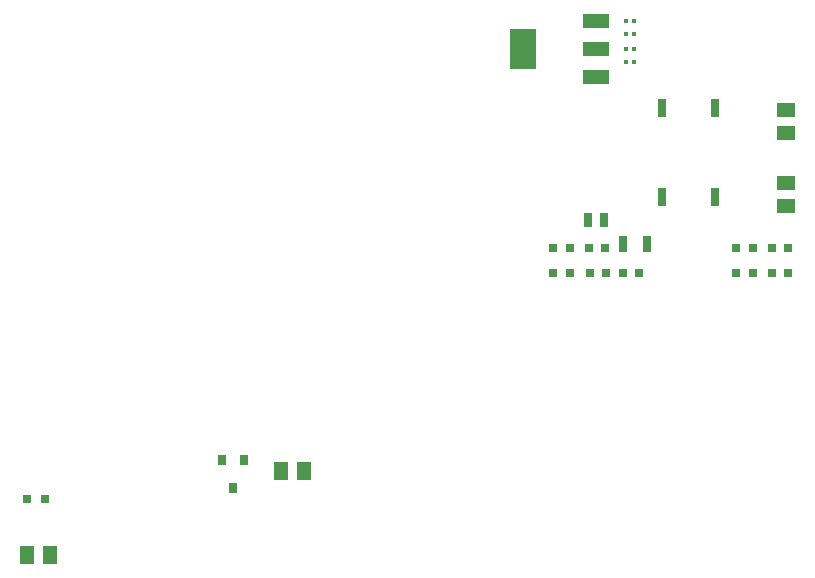
<source format=gbr>
%TF.GenerationSoftware,KiCad,Pcbnew,7.0.1*%
%TF.CreationDate,2023-09-15T11:15:50+09:00*%
%TF.ProjectId,_________,0a070658-9c5f-4cbd-9eef-2e6b69636164,rev?*%
%TF.SameCoordinates,Original*%
%TF.FileFunction,Paste,Top*%
%TF.FilePolarity,Positive*%
%FSLAX46Y46*%
G04 Gerber Fmt 4.6, Leading zero omitted, Abs format (unit mm)*
G04 Created by KiCad (PCBNEW 7.0.1) date 2023-09-15 11:15:50*
%MOMM*%
%LPD*%
G01*
G04 APERTURE LIST*
%ADD10R,0.350000X0.400000*%
%ADD11R,1.300000X1.600000*%
%ADD12R,2.200000X3.500000*%
%ADD13R,2.200000X1.200000*%
%ADD14R,0.700000X0.825000*%
%ADD15R,0.700000X1.500000*%
%ADD16R,0.700000X0.800000*%
%ADD17R,0.800000X0.800000*%
%ADD18R,1.600000X1.300000*%
%ADD19R,0.650000X1.200000*%
%ADD20R,0.800000X1.400000*%
G04 APERTURE END LIST*
D10*
%TO.C,C13*%
X168826100Y-90503600D03*
X168176100Y-90503600D03*
%TD*%
%TO.C,C12*%
X168826100Y-88163600D03*
X168176100Y-88163600D03*
%TD*%
D11*
%TO.C,R1*%
X140871100Y-126273600D03*
X138971100Y-126273600D03*
%TD*%
D12*
%TO.C,REGYURETA0*%
X159401100Y-90513600D03*
D13*
X165601100Y-88163600D03*
X165601100Y-90513600D03*
X165601100Y-92863600D03*
%TD*%
D14*
%TO.C,T1*%
X134901100Y-127681100D03*
X133951100Y-125306100D03*
X135851100Y-125306100D03*
%TD*%
D15*
%TO.C,U$2*%
X175681100Y-95563600D03*
X171181100Y-95563600D03*
X175681100Y-103063600D03*
X171181100Y-103063600D03*
%TD*%
D16*
%TO.C,C19*%
X163401100Y-107353600D03*
X162001100Y-107353600D03*
%TD*%
%TO.C,C20*%
X163401100Y-109453600D03*
X162001100Y-109453600D03*
%TD*%
%TO.C,C21*%
X166401100Y-107353600D03*
X165001100Y-107353600D03*
%TD*%
%TO.C,C22*%
X166501100Y-109453600D03*
X165101100Y-109453600D03*
%TD*%
D10*
%TO.C,C11*%
X168826100Y-89253600D03*
X168176100Y-89253600D03*
%TD*%
%TO.C,C14*%
X168826100Y-91653600D03*
X168176100Y-91653600D03*
%TD*%
D11*
%TO.C,R12*%
X119351100Y-133353600D03*
X117451100Y-133353600D03*
%TD*%
D17*
%TO.C,U$8*%
X118969050Y-128665000D03*
X117469050Y-128665000D03*
%TD*%
D18*
%TO.C,R11*%
X181701100Y-101903600D03*
X181701100Y-103803600D03*
%TD*%
%TO.C,R10*%
X181701100Y-95703600D03*
X181701100Y-97603600D03*
%TD*%
D16*
%TO.C,C15*%
X178901100Y-107353600D03*
X177501100Y-107353600D03*
%TD*%
%TO.C,C16*%
X178901100Y-109453600D03*
X177501100Y-109453600D03*
%TD*%
%TO.C,C17*%
X181901100Y-107353600D03*
X180501100Y-107353600D03*
%TD*%
%TO.C,C18*%
X181901100Y-109453600D03*
X180501100Y-109453600D03*
%TD*%
D19*
%TO.C,FB1*%
X166276100Y-105000000D03*
X164926100Y-105000000D03*
%TD*%
D16*
%TO.C,C24*%
X169301100Y-109453600D03*
X167901100Y-109453600D03*
%TD*%
D20*
%TO.C,C23*%
X169901100Y-107053600D03*
X167901100Y-107053600D03*
%TD*%
M02*

</source>
